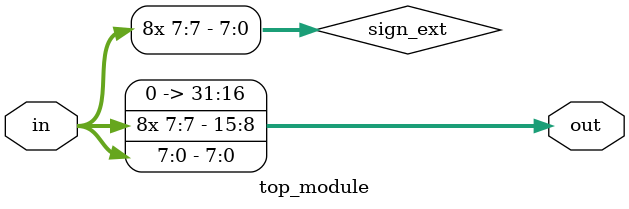
<source format=sv>
module top_module (
	input [7:0] in,
	output [31:0] out
);

wire [7:0] sign_ext;
assign sign_ext = {24{in[7]}};

assign out = {sign_ext, in};

endmodule

</source>
